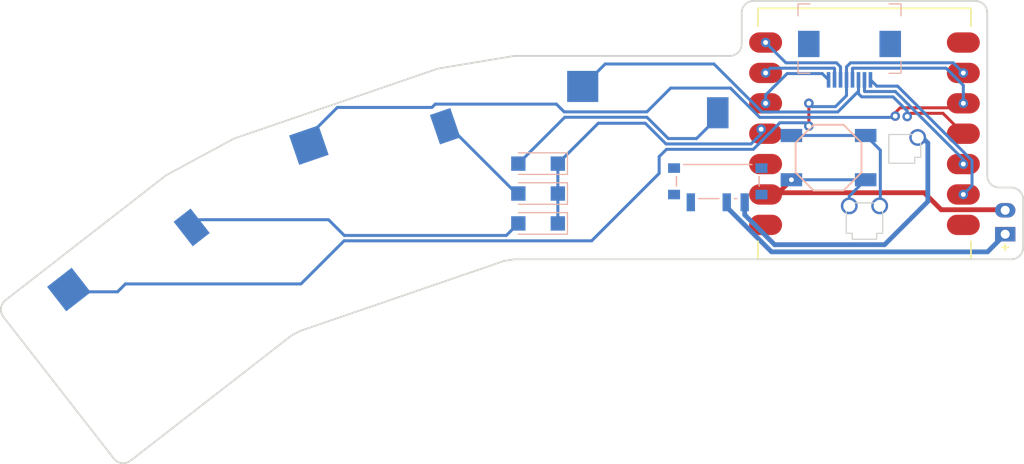
<source format=kicad_pcb>
(kicad_pcb (version 20221018) (generator pcbnew)
  (title_block (title "right_thumbs") (rev "rev1.4") (company "nikservik"))
  (layers (0 "F.Cu" signal) (31 "B.Cu" signal) (34 "B.Paste" user) (35 "F.Paste" user) (36 "B.SilkS" user "B.Silkscreen") (37 "F.SilkS" user "F.Silkscreen") (38 "B.Mask" user) (39 "F.Mask" user) (44 "Edge.Cuts" user))
  (net 0 "")
  (net 1 "C8")
  (net 2 "R4_C8")
  (net 3 "C7")
  (net 4 "R4_C7")
  (net 5 "C6")
  (net 6 "R4_C6")
  (net 7 "R4")
  (net 8 "P0")
  (net 9 "C10")
  (net 10 "C9")
  (net 11 "P6")
  (net 12 "R1")
  (net 13 "R2")
  (net 14 "R3")
  (net 15 "RAW3V3")
  (net 16 "GND")
  (net 17 "RAW5V")
  (net 18 "BATP")
  (net 19 "RST")
  (net 20 "BAT_P")
  (footprint "E73:SW_TACT_ALPS_SKQGABE010" (layer "F.Cu") (at 152.541967 41.88441 180)
    (fp_text reference "B1" hide)
    (fp_text value "" hide)
    (fp_line (start -2.75 -1.25) (end -2.75 1.25) (stroke (width 0.15)) (layer "B.SilkS"))
    (fp_line (start -2.75 -1.25) (end -1.25 -2.75) (stroke (width 0.15)) (layer "B.SilkS"))
    (fp_line (start -2.75 1.25) (end -1.25 2.75) (stroke (width 0.15)) (layer "B.SilkS"))
    (fp_line (start -1.25 -2.75) (end 1.25 -2.75) (stroke (width 0.15)) (layer "B.SilkS"))
    (fp_line (start -1.25 2.75) (end 1.25 2.75) (stroke (width 0.15)) (layer "B.SilkS"))
    (fp_line (start 2.75 -1.25) (end 1.25 -2.75) (stroke (width 0.15)) (layer "B.SilkS"))
    (fp_line (start 2.75 -1.25) (end 2.75 1.25) (stroke (width 0.15)) (layer "B.SilkS"))
    (fp_line (start 2.75 1.25) (end 1.25 2.75) (stroke (width 0.15)) (layer "B.SilkS"))
    (pad "1" smd rect (at -3.1 -1.85 180) (size 1.8 1.1) (layers "B.Cu" "B.Paste" "B.Mask") (net 16 "GND"))
    (pad "1" smd rect (at 3.1 -1.85 180) (size 1.8 1.1) (layers "B.Cu" "B.Paste" "B.Mask") (net 16 "GND"))
    (pad "2" smd rect (at -3.1 1.85 180) (size 1.8 1.1) (layers "B.Cu" "B.Paste" "B.Mask") (net 19 "RST"))
    (pad "2" smd rect (at 3.1 1.85 180) (size 1.8 1.1) (layers "B.Cu" "B.Paste" "B.Mask") (net 19 "RST"))
  )
  (footprint "PG1353" (layer "F.Cu") (at 135.291967 41.88441)
    (fp_text reference "S1" hide)
    (fp_text value "" hide)
    (pad "" np_thru_hole circle (at 0 -5.95) (size 3 3) (drill 3) (layers "*.Cu" "*.Mask"))
    (pad "" np_thru_hole circle (at 0 0) (size 5 5) (drill 5) (layers "*.Cu" "*.Mask"))
    (pad "" np_thru_hole circle (at 5 -3.75) (size 3 3) (drill 3) (layers "*.Cu" "*.Mask"))
    (pad "1" smd rect (at -3.275 -5.95) (size 2.6 2.6) (layers "B.Cu" "B.Paste" "B.Mask") (net 1 "C8"))
    (pad "2" smd rect (at 8 -3.75) (size 1.8 2.6) (layers "B.Cu" "B.Paste" "B.Mask") (net 2 "R4_C8"))
  )
  (footprint "BatteryPad" (layer "F.Cu") (at 167.291967 47.28441 90)
    (fp_text reference "BAT1" hide)
    (fp_text value "" hide)
    (fp_line (start -2.1 -0.25) (end -2.1 0.25) (stroke (width 0.15)) (layer "F.SilkS"))
    (fp_line (start -1.85 0) (end -2.35 0) (stroke (width 0.15)) (layer "F.SilkS"))
    (pad "1" thru_hole rect (at -1 0 90) (size 1.2 1.7) (drill 0.75) (layers "*.Cu" "*.Mask") (net 20 "BAT_P"))
    (pad "2" thru_hole oval (at 1 0 90) (size 1.2 1.7) (drill 0.75) (layers "*.Cu" "*.Mask") (net 16 "GND"))
  )
  (footprint "PG1353" (layer "F.Cu") (at 95.359531 55.589614 37.904)
    (fp_text reference "S3" hide)
    (fp_text value "" hide)
    (pad "" np_thru_hole circle (at 0 -5.95) (size 3 3) (drill 3) (layers "*.Cu" "*.Mask"))
    (pad "" np_thru_hole circle (at 0 0) (size 5 5) (drill 5) (layers "*.Cu" "*.Mask"))
    (pad "" np_thru_hole circle (at 5 -3.75) (size 3 3) (drill 3) (layers "*.Cu" "*.Mask"))
    (pad "1" smd rect (at -3.275 -5.95 37.904) (size 2.6 2.6) (layers "B.Cu" "B.Paste" "B.Mask") (net 5 "C6"))
    (pad "2" smd rect (at 8 -3.75 37.904) (size 1.8 2.6) (layers "B.Cu" "B.Paste" "B.Mask") (net 6 "R4_C6"))
  )
  (footprint "Seeeduino XIAO nRF52840" (layer "F.Cu") (at 155.541967 39.88441 180)
    (fp_text reference "_1" hide)
    (fp_text value "" hide)
    (fp_line (start -8.89 -10.48) (end -8.89 -9) (stroke (width 0.15)) (layer "F.SilkS"))
    (fp_line (start -8.89 10.48) (end -8.89 9) (stroke (width 0.15)) (layer "F.SilkS"))
    (fp_line (start -8.89 10.48) (end 8.89 10.48) (stroke (width 0.15)) (layer "F.SilkS"))
    (fp_line (start 8.89 -10.48) (end -8.89 -10.48) (stroke (width 0.15)) (layer "F.SilkS"))
    (fp_line (start 8.89 -10.48) (end 8.89 -9) (stroke (width 0.15)) (layer "F.SilkS"))
    (fp_line (start 8.89 10.48) (end 8.89 9) (stroke (width 0.15)) (layer "F.SilkS"))
    (fp_line (start -4.695 -1.972) (end -4.195 -1.972) (stroke (width 0.1)) (layer "Edge.Cuts"))
    (fp_line (start -4.695 -0.567) (end -4.695 -1.972) (stroke (width 0.1)) (layer "Edge.Cuts"))
    (fp_line (start -4.195 -2.472) (end -2.032 -2.472) (stroke (width 0.1)) (layer "Edge.Cuts"))
    (fp_line (start -4.195 -1.972) (end -4.195 -2.472) (stroke (width 0.1)) (layer "Edge.Cuts"))
    (fp_line (start -4.195 -0.567) (end -4.695 -0.567) (stroke (width 0.1)) (layer "Edge.Cuts"))
    (fp_line (start -4.195 -0.067) (end -4.195 -0.567) (stroke (width 0.1)) (layer "Edge.Cuts"))
    (fp_line (start -2.032 -2.472) (end -2.032 -0.067) (stroke (width 0.1)) (layer "Edge.Cuts"))
    (fp_line (start -2.032 -0.067) (end -4.195 -0.067) (stroke (width 0.1)) (layer "Edge.Cuts"))
    (fp_line (start -1.52 -8.322) (end -1.02 -8.322) (stroke (width 0.1)) (layer "Edge.Cuts"))
    (fp_line (start -1.52 -6.282) (end -1.52 -8.322) (stroke (width 0.1)) (layer "Edge.Cuts"))
    (fp_line (start -1.02 -8.822) (end 1.02 -8.822) (stroke (width 0.1)) (layer "Edge.Cuts"))
    (fp_line (start -1.02 -8.322) (end -1.02 -8.822) (stroke (width 0.1)) (layer "Edge.Cuts"))
    (fp_line (start -1.02 -6.282) (end -1.52 -6.282) (stroke (width 0.1)) (layer "Edge.Cuts"))
    (fp_line (start -1.02 -5.782) (end -1.02 -6.282) (stroke (width 0.1)) (layer "Edge.Cuts"))
    (fp_line (start 1.02 -8.822) (end 1.02 -8.322) (stroke (width 0.1)) (layer "Edge.Cuts"))
    (fp_line (start 1.02 -8.322) (end 1.52 -8.322) (stroke (width 0.1)) (layer "Edge.Cuts"))
    (fp_line (start 1.02 -6.282) (end 1.02 -5.782) (stroke (width 0.1)) (layer "Edge.Cuts"))
    (fp_line (start 1.02 -5.782) (end -1.02 -5.782) (stroke (width 0.1)) (layer "Edge.Cuts"))
    (fp_line (start 1.52 -8.322) (end 1.52 -6.282) (stroke (width 0.1)) (layer "Edge.Cuts"))
    (fp_line (start 1.52 -6.282) (end 1.02 -6.282) (stroke (width 0.1)) (layer "Edge.Cuts"))
    (pad "" thru_hole circle (at -4.445 -0.317) (size 1.4 1.4) (drill 1) (layers "*.Cu" "*.Mask") (net 18 "BATP"))
    (pad "" thru_hole circle (at -1.27 -6.033) (size 1.4 1.4) (drill 1) (layers "*.Cu" "*.Mask") (net 19 "RST"))
    (pad "" thru_hole circle (at 1.27 -6.033) (size 1.4 1.4) (drill 1) (layers "*.Cu" "*.Mask") (net 16 "GND"))
    (pad "1" smd oval (at -8.255 -7.62 180) (size 2.75 1.7) (layers "F.Cu" "F.Paste" "F.Mask") (net 8 "P0"))
    (pad "2" smd oval (at -8.255 -5.08 180) (size 2.75 1.7) (layers "F.Cu" "F.Paste" "F.Mask") (net 9 "C10"))
    (pad "3" smd oval (at -8.255 -2.54 180) (size 2.75 1.7) (layers "F.Cu" "F.Paste" "F.Mask") (net 10 "C9"))
    (pad "4" smd oval (at -8.255 0 180) (size 2.75 1.7) (layers "F.Cu" "F.Paste" "F.Mask") (net 1 "C8"))
    (pad "5" smd oval (at -8.255 2.54 180) (size 2.75 1.7) (layers "F.Cu" "F.Paste" "F.Mask") (net 3 "C7"))
    (pad "6" smd oval (at -8.255 5.08 180) (size 2.75 1.7) (layers "F.Cu" "F.Paste" "F.Mask") (net 5 "C6"))
    (pad "7" smd oval (at -8.255 7.62 180) (size 2.75 1.7) (layers "F.Cu" "F.Paste" "F.Mask") (net 11 "P6"))
    (pad "8" smd oval (at 8.255 7.62 180) (size 2.75 1.7) (layers "F.Cu" "F.Paste" "F.Mask") (net 12 "R1"))
    (pad "9" smd oval (at 8.255 5.08 180) (size 2.75 1.7) (layers "F.Cu" "F.Paste" "F.Mask") (net 13 "R2"))
    (pad "10" smd oval (at 8.255 2.54 180) (size 2.75 1.7) (layers "F.Cu" "F.Paste" "F.Mask") (net 14 "R3"))
    (pad "11" smd oval (at 8.255 0 180) (size 2.75 1.7) (layers "F.Cu" "F.Paste" "F.Mask") (net 7 "R4"))
    (pad "12" smd oval (at 8.255 -2.54 180) (size 2.75 1.7) (layers "F.Cu" "F.Paste" "F.Mask") (net 15 "RAW3V3"))
    (pad "13" smd oval (at 8.255 -5.08 180) (size 2.75 1.7) (layers "F.Cu" "F.Paste" "F.Mask") (net 16 "GND"))
    (pad "14" smd oval (at 8.255 -7.62 180) (size 2.75 1.7) (layers "F.Cu" "F.Paste" "F.Mask") (net 17 "RAW5V"))
  )
  (footprint "PG1353" (layer "F.Cu") (at 114.181967 45.40441 18.952)
    (fp_text reference "S2" hide)
    (fp_text value "" hide)
    (pad "" np_thru_hole circle (at 0 -5.95) (size 3 3) (drill 3) (layers "*.Cu" "*.Mask"))
    (pad "" np_thru_hole circle (at 0 0) (size 5 5) (drill 5) (layers "*.Cu" "*.Mask"))
    (pad "" np_thru_hole circle (at 5 -3.75) (size 3 3) (drill 3) (layers "*.Cu" "*.Mask"))
    (pad "1" smd rect (at -3.275 -5.95 18.952) (size 2.6 2.6) (layers "B.Cu" "B.Paste" "B.Mask") (net 3 "C7"))
    (pad "2" smd rect (at 8 -3.75 18.952) (size 1.8 2.6) (layers "B.Cu" "B.Paste" "B.Mask") (net 4 "R4_C7"))
  )
  (footprint "power_switch" (layer "F.Cu") (at 143.291967 43.88441 90)
    (fp_text reference "" (at 0 0 90) (layer "F.SilkS") (effects (font (size 1.27 1.27))))
    (fp_text value "" (at 0 0 90) (layer "F.SilkS") (effects (font (size 1.27 1.27))))
    (fp_line (start -1.425 -1.6) (end -1.425 0.1) (stroke (width 0.12)) (layer "B.SilkS"))
    (fp_line (start -1.425 1.4) (end -1.425 1.6) (stroke (width 0.12)) (layer "B.SilkS"))
    (fp_line (start -0.375 -3.45) (end 0.415 -3.45) (stroke (width 0.12)) (layer "B.SilkS"))
    (fp_line (start 0.415 3.45) (end -0.375 3.45) (stroke (width 0.12)) (layer "B.SilkS"))
    (fp_line (start 1.425 -2.85) (end 1.425 2.85) (stroke (width 0.12)) (layer "B.SilkS"))
    (pad "" smd rect (at -1.085 -3.65) (size 1 0.8) (layers "B.Cu" "B.Paste" "B.Mask"))
    (pad "" smd rect (at -1.085 3.65) (size 1 0.8) (layers "B.Cu" "B.Paste" "B.Mask"))
    (pad "" np_thru_hole circle (at 0.025 -1.5 180) (size 0.9 0.9) (drill 0.9) (layers "*.Cu" "*.Mask"))
    (pad "" np_thru_hole circle (at 0.025 1.5 180) (size 0.9 0.9) (drill 0.9) (layers "*.Cu" "*.Mask"))
    (pad "" smd rect (at 1.125 -3.65) (size 1 0.8) (layers "B.Cu" "B.Paste" "B.Mask"))
    (pad "" smd rect (at 1.125 3.65) (size 1 0.8) (layers "B.Cu" "B.Paste" "B.Mask"))
    (pad "4" smd rect (at -1.735 2.25) (size 0.7 1.5) (layers "B.Cu" "B.Paste" "B.Mask") (net 18 "BATP"))
    (pad "5" smd rect (at -1.735 0.75) (size 0.7 1.5) (layers "B.Cu" "B.Paste" "B.Mask") (net 20 "BAT_P"))
    (pad "6" smd rect (at -1.735 -2.25) (size 0.7 1.5) (layers "B.Cu" "B.Paste" "B.Mask"))
  )
  (footprint "MountingHole_2.2mm_M2_Pad_Via" (layer "F.Cu") (at 103.967424 48.91199 18.952)
    (fp_text reference "_3" hide)
    (fp_text value "" (at 0 0 18.952) (layer "F.SilkS") (effects (font (size 1.27 1.27))))
    (pad "" np_thru_hole circle (at 0 0) (size 2.2 2.2) (drill 2.2) (layers "*.Cu" "*.Mask"))
  )
  (footprint "SmdDiode" (layer "B.Cu") (at 128.291967 44.88441 90)
    (fp_text reference "" (at 0 0 90) (layer "F.SilkS") (effects (font (size 1.27 1.27))))
    (fp_text value "" (at 0 0 90) (layer "F.SilkS") (effects (font (size 1.27 1.27))))
    (fp_line (start -3.4 2.45) (end -3.4 -1.65) (stroke (width 0.1)) (layer "B.SilkS"))
    (fp_line (start -1.6 -1.65) (end -1.6 2.45) (stroke (width 0.1)) (layer "B.SilkS"))
    (fp_line (start -1.6 2.45) (end -3.4 2.45) (stroke (width 0.1)) (layer "B.SilkS"))
    (pad "1" smd rect (at -2.5 -1.65 90) (size 1.2 1.2) (layers "B.Cu" "B.Paste" "B.Mask") (net 6 "R4_C6"))
    (pad "2" smd rect (at -2.5 1.65 90) (size 1.2 1.2) (layers "B.Cu" "B.Paste" "B.Mask") (net 7 "R4"))
  )
  (footprint "SmdDiode" (layer "B.Cu") (at 128.291967 44.88441 90)
    (fp_text reference "" (at 0 0 90) (layer "F.SilkS") (effects (font (size 1.27 1.27))))
    (fp_text value "" (at 0 0 90) (layer "F.SilkS") (effects (font (size 1.27 1.27))))
    (fp_line (start -0.9 2.45) (end -0.9 -1.65) (stroke (width 0.1)) (layer "B.SilkS"))
    (fp_line (start 0.9 -1.65) (end 0.9 2.45) (stroke (width 0.1)) (layer "B.SilkS"))
    (fp_line (start 0.9 2.45) (end -0.9 2.45) (stroke (width 0.1)) (layer "B.SilkS"))
    (pad "1" smd rect (at 0 -1.65 90) (size 1.2 1.2) (layers "B.Cu" "B.Paste" "B.Mask") (net 4 "R4_C7"))
    (pad "2" smd rect (at 0 1.65 90) (size 1.2 1.2) (layers "B.Cu" "B.Paste" "B.Mask") (net 7 "R4"))
  )
  (footprint "HKW FPC Socket" (layer "B.Cu") (at 154.291967 32.38441)
    (fp_text reference "_2" hide)
    (fp_text value "" hide)
    (fp_line (start -4.3 -3.35) (end -4.3 -2.35) (stroke (width 0.1)) (layer "B.SilkS"))
    (fp_line (start -4.3 -3.35) (end -3.3 -3.35) (stroke (width 0.1)) (layer "B.SilkS"))
    (fp_line (start -4.3 2.45) (end -4.3 1.45) (stroke (width 0.1)) (layer "B.SilkS"))
    (fp_line (start -4.3 2.45) (end -3.3 2.45) (stroke (width 0.1)) (layer "B.SilkS"))
    (fp_line (start 4.3 -3.35) (end 3.3 -3.35) (stroke (width 0.1)) (layer "B.SilkS"))
    (fp_line (start 4.3 -3.35) (end 4.3 -2.35) (stroke (width 0.1)) (layer "B.SilkS"))
    (fp_line (start 4.3 2.45) (end 3.3 2.45) (stroke (width 0.1)) (layer "B.SilkS"))
    (fp_line (start 4.3 2.45) (end 4.3 1.45) (stroke (width 0.1)) (layer "B.SilkS"))
    (pad "" smd rect (at -3.4 0) (size 1.8 2.2) (layers "B.Cu" "B.Paste" "B.Mask"))
    (pad "" smd rect (at 3.4 0) (size 1.8 2.2) (layers "B.Cu" "B.Paste" "B.Mask"))
    (pad "1" smd rect (at -1.75 3) (size 0.3 1.3) (layers "B.Cu" "B.Paste" "B.Mask") (net 14 "R3"))
    (pad "2" smd rect (at -1.25 3) (size 0.3 1.3) (layers "B.Cu" "B.Paste" "B.Mask") (net 13 "R2"))
    (pad "3" smd rect (at -0.75 3) (size 0.3 1.3) (layers "B.Cu" "B.Paste" "B.Mask") (net 12 "R1"))
    (pad "4" smd rect (at -0.25 3) (size 0.3 1.3) (layers "B.Cu" "B.Paste" "B.Mask") (net 5 "C6"))
    (pad "5" smd rect (at 0.25 3) (size 0.3 1.3) (layers "B.Cu" "B.Paste" "B.Mask") (net 3 "C7"))
    (pad "6" smd rect (at 0.75 3) (size 0.3 1.3) (layers "B.Cu" "B.Paste" "B.Mask") (net 1 "C8"))
    (pad "7" smd rect (at 1.25 3) (size 0.3 1.3) (layers "B.Cu" "B.Paste" "B.Mask") (net 10 "C9"))
    (pad "8" smd rect (at 1.75 3) (size 0.3 1.3) (layers "B.Cu" "B.Paste" "B.Mask") (net 9 "C10"))
  )
  (footprint "SmdDiode" (layer "B.Cu") (at 128.291967 44.88441 90)
    (fp_text reference "" (at 0 0 90) (layer "F.SilkS") (effects (font (size 1.27 1.27))))
    (fp_text value "" (at 0 0 90) (layer "F.SilkS") (effects (font (size 1.27 1.27))))
    (fp_line (start 1.6 2.45) (end 1.6 -1.65) (stroke (width 0.1)) (layer "B.SilkS"))
    (fp_line (start 3.4 -1.65) (end 3.4 2.45) (stroke (width 0.1)) (layer "B.SilkS"))
    (fp_line (start 3.4 2.45) (end 1.6 2.45) (stroke (width 0.1)) (layer "B.SilkS"))
    (pad "1" smd rect (at 2.5 -1.65 90) (size 1.2 1.2) (layers "B.Cu" "B.Paste" "B.Mask") (net 2 "R4_C8"))
    (pad "2" smd rect (at 2.5 1.65 90) (size 1.2 1.2) (layers "B.Cu" "B.Paste" "B.Mask") (net 7 "R4"))
  )
  (gr_arc (start 102.836582 40.327459) (mid 102.910621 40.29129) (end 102.987387 40.26134) (stroke (width 0.15)) (layer "Edge.Cuts"))
  (gr_line (start 97.173398 43.404786) (end 83.825309 53.797486) (stroke (width 0.15)) (layer "Edge.Cuts"))
  (gr_line (start 126.291967 50.38441) (end 167.791967 50.38441) (stroke (width 0.15)) (layer "Edge.Cuts"))
  (gr_arc (start 145.291967 32.38441) (mid 144.999074 33.091517) (end 144.291967 33.38441) (stroke (width 0.15)) (layer "Edge.Cuts"))
  (gr_line (start 165.791967 43.38441) (end 165.791967 29.78441) (stroke (width 0.15)) (layer "Edge.Cuts"))
  (gr_line (start 168.791967 49.38441) (end 168.791967 45.38441) (stroke (width 0.15)) (layer "Edge.Cuts"))
  (gr_arc (start 94.269094 67.211186) (mid 93.531221 67.414486) (end 92.865712 67.036486) (stroke (width 0.15)) (layer "Edge.Cuts"))
  (gr_arc (start 97.173398 43.404786) (mid 97.240897 43.356591) (end 97.312157 43.314155) (stroke (width 0.15)) (layer "Edge.Cuts"))
  (gr_line (start 83.650608 55.200868) (end 92.865712 67.036486) (stroke (width 0.15)) (layer "Edge.Cuts"))
  (gr_arc (start 83.650607 55.200868) (mid 83.447308 54.462995) (end 83.825309 53.797486) (stroke (width 0.15)) (layer "Edge.Cuts"))
  (gr_line (start 126.291967 50.38441) (end 125.454681 50.52065) (stroke (width 0.15)) (layer "Edge.Cuts"))
  (gr_arc (start 166.791967 44.38441) (mid 166.08486 44.091517) (end 165.791967 43.38441) (stroke (width 0.15)) (layer "Edge.Cuts"))
  (gr_line (start 97.312157 43.314155) (end 102.836581 40.327459) (stroke (width 0.15)) (layer "Edge.Cuts"))
  (gr_line (start 164.791967 28.78441) (end 146.291967 28.78441) (stroke (width 0.15)) (layer "Edge.Cuts"))
  (gr_line (start 108.430444 56.366617) (end 125.454681 50.52065) (stroke (width 0.15)) (layer "Edge.Cuts"))
  (gr_arc (start 145.291967 29.78441) (mid 145.58486 29.077303) (end 146.291967 28.78441) (stroke (width 0.15)) (layer "Edge.Cuts"))
  (gr_arc (start 119.854845 34.46921) (mid 119.934337 34.44555) (end 120.015517 34.428558) (stroke (width 0.15)) (layer "Edge.Cuts"))
  (gr_line (start 145.291967 29.78441) (end 145.291967 32.38441) (stroke (width 0.15)) (layer "Edge.Cuts"))
  (gr_line (start 126.374579 33.38441) (end 144.291967 33.38441) (stroke (width 0.15)) (layer "Edge.Cuts"))
  (gr_line (start 108.430444 56.366617) (end 107.682794 56.767402) (stroke (width 0.15)) (layer "Edge.Cuts"))
  (gr_line (start 167.791967 44.38441) (end 166.791967 44.38441) (stroke (width 0.15)) (layer "Edge.Cuts"))
  (gr_arc (start 126.210475 33.397967) (mid 126.292247 33.387805) (end 126.374579 33.38441) (stroke (width 0.15)) (layer "Edge.Cuts"))
  (gr_line (start 119.854845 34.46921) (end 102.987387 40.26134) (stroke (width 0.15)) (layer "Edge.Cuts"))
  (gr_arc (start 164.791967 28.78441) (mid 165.499074 29.077303) (end 165.791967 29.78441) (stroke (width 0.15)) (layer "Edge.Cuts"))
  (gr_line (start 120.015517 34.428558) (end 126.210475 33.397967) (stroke (width 0.15)) (layer "Edge.Cuts"))
  (gr_arc (start 167.791967 44.38441) (mid 168.499074 44.677303) (end 168.791967 45.38441) (stroke (width 0.15)) (layer "Edge.Cuts"))
  (gr_line (start 94.269094 67.211187) (end 107.682794 56.767402) (stroke (width 0.15)) (layer "Edge.Cuts"))
  (gr_arc (start 168.791967 49.38441) (mid 168.499074 50.091517) (end 167.791967 50.38441) (stroke (width 0.15)) (layer "Edge.Cuts"))
  (segment (start 159.11 38.4445) (end 159.3745 38.18) (width 0.25) (layer "F.Cu") (net 1))
  (segment (start 159.3745 38.18) (end 162.092557 38.18) (width 0.25) (layer "F.Cu") (net 1))
  (segment (start 162.092557 38.18) (end 163.796967 39.88441) (width 0.25) (layer "F.Cu") (net 1))
  (via (at 159.11 38.4445) (size 0.8) (drill 0.4) (layers "F.Cu" "B.Cu") (net 1))
  (segment (start 155.041967 36.541967) (end 155.041967 35.38441) (width 0.25) (layer "B.Cu") (net 1))
  (segment (start 159.11 37.98493) (end 157.93448 36.80941) (width 0.25) (layer "B.Cu") (net 1))
  (segment (start 155.30941 36.80941) (end 155.041967 36.541967) (width 0.25) (layer "B.Cu") (net 1))
  (segment (start 133.891967 34.05941) (end 142.976662 34.05941) (width 0.25) (layer "B.Cu") (net 1))
  (segment (start 146.986662 38.06941) (end 153.306967 38.06941) (width 0.25) (layer "B.Cu") (net 1))
  (segment (start 157.93448 36.80941) (end 155.30941 36.80941) (width 0.25) (layer "B.Cu") (net 1))
  (segment (start 159.11 38.4445) (end 159.11 37.98493) (width 0.25) (layer "B.Cu") (net 1))
  (segment (start 153.306967 38.06941) (end 155.041967 36.33441) (width 0.25) (layer "B.Cu") (net 1))
  (segment (start 142.976662 34.05941) (end 146.986662 38.06941) (width 0.25) (layer "B.Cu") (net 1))
  (segment (start 132.016967 35.93441) (end 133.891967 34.05941) (width 0.25) (layer "B.Cu") (net 1))
  (segment (start 155.041967 36.33441) (end 155.041967 35.38441) (width 0.25) (layer "B.Cu") (net 1))
  (segment (start 143.291967 38.13441) (end 143.291967 38.518033) (width 0.25) (layer "B.Cu") (net 2))
  (segment (start 141.52 40.29) (end 139.16 40.29) (width 0.25) (layer "B.Cu") (net 2))
  (segment (start 139.16 40.29) (end 137.38 38.51) (width 0.25) (layer "B.Cu") (net 2))
  (segment (start 137.38 38.51) (end 130.516377 38.51) (width 0.25) (layer "B.Cu") (net 2))
  (segment (start 130.516377 38.51) (end 126.641967 42.38441) (width 0.25) (layer "B.Cu") (net 2))
  (segment (start 143.291967 38.518033) (end 141.52 40.29) (width 0.25) (layer "B.Cu") (net 2))
  (segment (start 158.11099 38.413121) (end 158.11099 38.12901) (width 0.25) (layer "F.Cu") (net 3))
  (segment (start 158.11099 38.12901) (end 158.52 37.72) (width 0.25) (layer "F.Cu") (net 3))
  (segment (start 163.28 37.72) (end 163.65559 37.34441) (width 0.25) (layer "F.Cu") (net 3))
  (segment (start 158.52 37.72) (end 163.28 37.72) (width 0.25) (layer "F.Cu") (net 3))
  (segment (start 163.65559 37.34441) (end 163.796967 37.34441) (width 0.25) (layer "F.Cu") (net 3))
  (via (at 158.11099 38.413121) (size 0.8) (drill 0.4) (layers "F.Cu" "B.Cu") (net 3))
  (via (at 163.796967 37.34441) (size 0.8) (drill 0.4) (layers "F.Cu" "B.Cu") (net 3))
  (segment (start 111.53 37.69) (end 109.152085 40.067915) (width 0.25) (layer "B.Cu") (net 3))
  (segment (start 158.11099 38.413121) (end 158.004701 38.51941) (width 0.25) (layer "B.Cu") (net 3))
  (segment (start 130.47 38.06) (end 129.822659 37.412659) (width 0.25) (layer "B.Cu") (net 3))
  (segment (start 154.541967 34.43441) (end 154.566967 34.40941) (width 0.25) (layer "B.Cu") (net 3))
  (segment (start 146.800266 38.51941) (end 144.350856 36.07) (width 0.25) (layer "B.Cu") (net 3))
  (segment (start 154.566967 34.40941) (end 162.35941 34.40941) (width 0.25) (layer "B.Cu") (net 3))
  (segment (start 129.822659 37.412659) (end 119.70694 37.412659) (width 0.25) (layer "B.Cu") (net 3))
  (segment (start 109.152085 40.067915) (end 109.152085 40.840595) (width 0.25) (layer "B.Cu") (net 3))
  (segment (start 158.004701 38.51941) (end 146.800266 38.51941) (width 0.25) (layer "B.Cu") (net 3))
  (segment (start 163.796967 35.846967) (end 163.796967 37.34441) (width 0.25) (layer "B.Cu") (net 3))
  (segment (start 139.36 36.07) (end 137.37 38.06) (width 0.25) (layer "B.Cu") (net 3))
  (segment (start 162.35941 34.40941) (end 163.796967 35.846967) (width 0.25) (layer "B.Cu") (net 3))
  (segment (start 137.37 38.06) (end 130.47 38.06) (width 0.25) (layer "B.Cu") (net 3))
  (segment (start 119.429599 37.69) (end 111.53 37.69) (width 0.25) (layer "B.Cu") (net 3))
  (segment (start 119.70694 37.412659) (end 119.429599 37.69) (width 0.25) (layer "B.Cu") (net 3))
  (segment (start 144.350856 36.07) (end 139.36 36.07) (width 0.25) (layer "B.Cu") (net 3))
  (segment (start 154.541967 35.38441) (end 154.541967 34.43441) (width 0.25) (layer "B.Cu") (net 3))
  (segment (start 126.641967 44.88441) (end 126.48441 44.88441) (width 0.25) (layer "B.Cu") (net 4))
  (segment (start 126.48441 44.88441) (end 120.859486 39.259486) (width 0.25) (layer "B.Cu") (net 4))
  (segment (start 120.859486 39.259486) (end 120.530385 39.259486) (width 0.25) (layer "B.Cu") (net 4))
  (segment (start 150.9 39.17737) (end 150.891113 39.186257) (width 0.25) (layer "F.Cu") (net 5))
  (segment (start 150.9 37.34491) (end 150.9 39.17737) (width 0.25) (layer "F.Cu") (net 5))
  (segment (start 150.891113 39.186257) (end 150.891113 39.24391) (width 0.25) (layer "F.Cu") (net 5))
  (via (at 150.9 37.34491) (size 0.8) (drill 0.4) (layers "F.Cu" "B.Cu") (net 5))
  (via (at 163.796967 34.80441) (size 0.8) (drill 0.4) (layers "F.Cu" "B.Cu") (net 5))
  (via (at 150.891113 39.24391) (size 0.8) (drill 0.4) (layers "F.Cu" "B.Cu") (net 5))
  (segment (start 139.01 41.19) (end 138.4 41.8) (width 0.25) (layer "B.Cu") (net 5))
  (segment (start 154.380571 33.95941) (end 162.951967 33.95941) (width 0.25) (layer "B.Cu") (net 5))
  (segment (start 154.041967 34.298014) (end 154.380571 33.95941) (width 0.25) (layer "B.Cu") (net 5))
  (segment (start 132.76 48.84) (end 112.09 48.84) (width 0.25) (layer "B.Cu") (net 5))
  (segment (start 146.26 41.19) (end 139.01 41.19) (width 0.25) (layer "B.Cu") (net 5))
  (segment (start 162.951967 33.95941) (end 163.796967 34.80441) (width 0.25) (layer "B.Cu") (net 5))
  (segment (start 154.041967 35.38441) (end 154.041967 34.298014) (width 0.25) (layer "B.Cu") (net 5))
  (segment (start 151.1745 37.61941) (end 153.120571 37.61941) (width 0.25) (layer "B.Cu") (net 5))
  (segment (start 148.48 38.97) (end 146.26 41.19) (width 0.25) (layer "B.Cu") (net 5))
  (segment (start 153.120571 37.61941) (end 154.041967 36.698014) (width 0.25) (layer "B.Cu") (net 5))
  (segment (start 93.84 52.44) (end 93.18 53.1) (width 0.25) (layer "B.Cu") (net 5))
  (segment (start 108.49 52.44) (end 93.84 52.44) (width 0.25) (layer "B.Cu") (net 5))
  (segment (start 150.617203 38.97) (end 148.48 38.97) (width 0.25) (layer "B.Cu") (net 5))
  (segment (start 89.313313 53.1) (end 89.120096 52.906783) (width 0.25) (layer "B.Cu") (net 5))
  (segment (start 138.4 41.8) (end 138.4 43.2) (width 0.25) (layer "B.Cu") (net 5))
  (segment (start 150.891113 39.24391) (end 150.617203 38.97) (width 0.25) (layer "B.Cu") (net 5))
  (segment (start 154.041967 36.698014) (end 154.041967 35.38441) (width 0.25) (layer "B.Cu") (net 5))
  (segment (start 150.9 37.34491) (end 151.1745 37.61941) (width 0.25) (layer "B.Cu") (net 5))
  (segment (start 112.09 48.84) (end 108.49 52.44) (width 0.25) (layer "B.Cu") (net 5))
  (segment (start 138.4 43.2) (end 132.76 48.84) (width 0.25) (layer "B.Cu") (net 5))
  (segment (start 93.18 53.1) (end 89.313313 53.1) (width 0.25) (layer "B.Cu") (net 5))
  (segment (start 125.636377 48.39) (end 126.641967 47.38441) (width 0.25) (layer "B.Cu") (net 6))
  (segment (start 100.009393 47.074679) (end 110.794679 47.074679) (width 0.25) (layer "B.Cu") (net 6))
  (segment (start 112.11 48.39) (end 125.636377 48.39) (width 0.25) (layer "B.Cu") (net 6))
  (segment (start 110.794679 47.074679) (end 112.11 48.39) (width 0.25) (layer "B.Cu") (net 6))
  (segment (start 99.368085 47.715987) (end 100.009393 47.074679) (width 0.25) (layer "B.Cu") (net 6))
  (via (at 146.913981 39.511421) (size 0.8) (drill 0.4) (layers "F.Cu" "B.Cu") (net 7))
  (segment (start 146.913981 39.899623) (end 146.913981 39.511421) (width 0.25) (layer "B.Cu") (net 7))
  (segment (start 138.973604 40.74) (end 146.073604 40.74) (width 0.25) (layer "B.Cu") (net 7))
  (segment (start 129.941967 42.38441) (end 133.316967 39.00941) (width 0.25) (layer "B.Cu") (net 7))
  (segment (start 146.073604 40.74) (end 146.913981 39.899623) (width 0.25) (layer "B.Cu") (net 7))
  (segment (start 137.243014 39.00941) (end 138.973604 40.74) (width 0.25) (layer "B.Cu") (net 7))
  (segment (start 133.316967 39.00941) (end 137.243014 39.00941) (width 0.25) (layer "B.Cu") (net 7))
  (segment (start 129.941967 44.88441) (end 129.941967 47.38441) (width 0.25) (layer "B.Cu") (net 7))
  (segment (start 129.941967 42.38441) (end 129.941967 44.88441) (width 0.25) (layer "B.Cu") (net 7))
  (via (at 163.796967 44.96441) (size 0.8) (drill 0.4) (layers "F.Cu" "B.Cu") (net 9))
  (segment (start 156.041967 35.38441) (end 156.566967 35.90941) (width 0.25) (layer "B.Cu") (net 9))
  (segment (start 156.566967 35.90941) (end 158.307272 35.90941) (width 0.25) (layer "B.Cu") (net 9))
  (segment (start 158.307272 35.90941) (end 164.521967 42.124105) (width 0.25) (layer "B.Cu") (net 9))
  (segment (start 164.521967 42.124105) (end 164.521967 44.23941) (width 0.25) (layer "B.Cu") (net 9))
  (segment (start 164.521967 44.23941) (end 163.796967 44.96441) (width 0.25) (layer "B.Cu") (net 9))
  (via (at 163.796967 42.42441) (size 0.8) (drill 0.4) (layers "F.Cu" "B.Cu") (net 10))
  (segment (start 155.566967 36.35941) (end 158.120876 36.35941) (width 0.25) (layer "B.Cu") (net 10))
  (segment (start 155.541967 36.33441) (end 155.566967 36.35941) (width 0.25) (layer "B.Cu") (net 10))
  (segment (start 158.120876 36.35941) (end 163.796967 42.035501) (width 0.25) (layer "B.Cu") (net 10))
  (segment (start 163.796967 42.035501) (end 163.796967 42.42441) (width 0.25) (layer "B.Cu") (net 10))
  (segment (start 155.541967 35.38441) (end 155.541967 36.33441) (width 0.25) (layer "B.Cu") (net 10))
  (via (at 147.286967 32.26441) (size 0.8) (drill 0.4) (layers "F.Cu" "B.Cu") (net 12))
  (segment (start 153.541967 34.298014) (end 153.203363 33.95941) (width 0.25) (layer "B.Cu") (net 12))
  (segment (start 148.981967 33.95941) (end 147.286967 32.26441) (width 0.25) (layer "B.Cu") (net 12))
  (segment (start 153.541967 35.38441) (end 153.541967 34.298014) (width 0.25) (layer "B.Cu") (net 12))
  (segment (start 153.203363 33.95941) (end 148.981967 33.95941) (width 0.25) (layer "B.Cu") (net 12))
  (via (at 147.286967 34.80441) (size 0.8) (drill 0.4) (layers "F.Cu" "B.Cu") (net 13))
  (segment (start 147.681967 34.40941) (end 147.286967 34.80441) (width 0.25) (layer "B.Cu") (net 13))
  (segment (start 153.041967 34.43441) (end 153.016967 34.40941) (width 0.25) (layer "B.Cu") (net 13))
  (segment (start 153.016967 34.40941) (end 147.681967 34.40941) (width 0.25) (layer "B.Cu") (net 13))
  (segment (start 153.041967 35.38441) (end 153.041967 34.43441) (width 0.25) (layer "B.Cu") (net 13))
  (via (at 147.286967 37.34441) (size 0.8) (drill 0.4) (layers "F.Cu" "B.Cu") (net 14))
  (segment (start 149.08059 34.85941) (end 147.286967 36.653033) (width 0.25) (layer "B.Cu") (net 14))
  (segment (start 152.541967 35.38441) (end 152.016967 34.85941) (width 0.25) (layer "B.Cu") (net 14))
  (segment (start 147.286967 36.653033) (end 147.286967 37.34441) (width 0.25) (layer "B.Cu") (net 14))
  (segment (start 152.016967 34.85941) (end 149.08059 34.85941) (width 0.25) (layer "B.Cu") (net 14))
  (segment (start 147.433967 44.81741) (end 160.52741 44.81741) (width 0.4) (layer "F.Cu") (net 16))
  (segment (start 147.286967 44.96441) (end 147.433967 44.81741) (width 0.4) (layer "F.Cu") (net 16))
  (segment (start 148.211967 44.96441) (end 149.441967 43.73441) (width 0.4) (layer "F.Cu") (net 16))
  (segment (start 167.247557 46.24) (end 167.291967 46.28441) (width 0.4) (layer "F.Cu") (net 16))
  (segment (start 147.286967 44.96441) (end 148.211967 44.96441) (width 0.4) (layer "F.Cu") (net 16))
  (segment (start 161.95 46.24) (end 167.247557 46.24) (width 0.4) (layer "F.Cu") (net 16))
  (segment (start 160.52741 44.81741) (end 161.95 46.24) (width 0.4) (layer "F.Cu") (net 16))
  (via (at 149.441967 43.73441) (size 0.8) (drill 0.4) (layers "F.Cu" "B.Cu") (net 16))
  (segment (start 154.271967 45.10441) (end 154.271967 45.91741) (width 0.25) (layer "B.Cu") (net 16))
  (segment (start 155.641967 43.73441) (end 149.441967 43.73441) (width 0.25) (layer "B.Cu") (net 16))
  (segment (start 155.641967 43.73441) (end 154.271967 45.10441) (width 0.25) (layer "B.Cu") (net 16))
  (segment (start 160.83 40.655534) (end 160.350876 40.17641) (width 0.4) (layer "B.Cu") (net 18))
  (segment (start 160.83 45.55) (end 160.83 40.655534) (width 0.4) (layer "B.Cu") (net 18))
  (segment (start 145.541967 46.661967) (end 148.04 49.16) (width 0.4) (layer "B.Cu") (net 18))
  (segment (start 148.04 49.16) (end 157.22 49.16) (width 0.4) (layer "B.Cu") (net 18))
  (segment (start 157.22 49.16) (end 160.83 45.55) (width 0.4) (layer "B.Cu") (net 18))
  (segment (start 145.541967 45.61941) (end 145.541967 46.661967) (width 0.4) (layer "B.Cu") (net 18))
  (segment (start 156.866967 45.86241) (end 156.811967 45.91741) (width 0.25) (layer "B.Cu") (net 19))
  (segment (start 155.641967 40.03441) (end 149.441967 40.03441) (width 0.25) (layer "B.Cu") (net 19))
  (segment (start 155.641967 40.03441) (end 156.866967 41.25941) (width 0.25) (layer "B.Cu") (net 19))
  (segment (start 156.866967 41.25941) (end 156.866967 45.86241) (width 0.25) (layer "B.Cu") (net 19))
  (segment (start 147.782557 49.76) (end 165.816377 49.76) (width 0.4) (layer "B.Cu") (net 20))
  (segment (start 165.816377 49.76) (end 167.291967 48.28441) (width 0.4) (layer "B.Cu") (net 20))
  (segment (start 144.041967 45.61941) (end 144.041967 46.01941) (width 0.4) (layer "B.Cu") (net 20))
  (segment (start 144.041967 46.01941) (end 147.782557 49.76) (width 0.4) (layer "B.Cu") (net 20))
)
</source>
